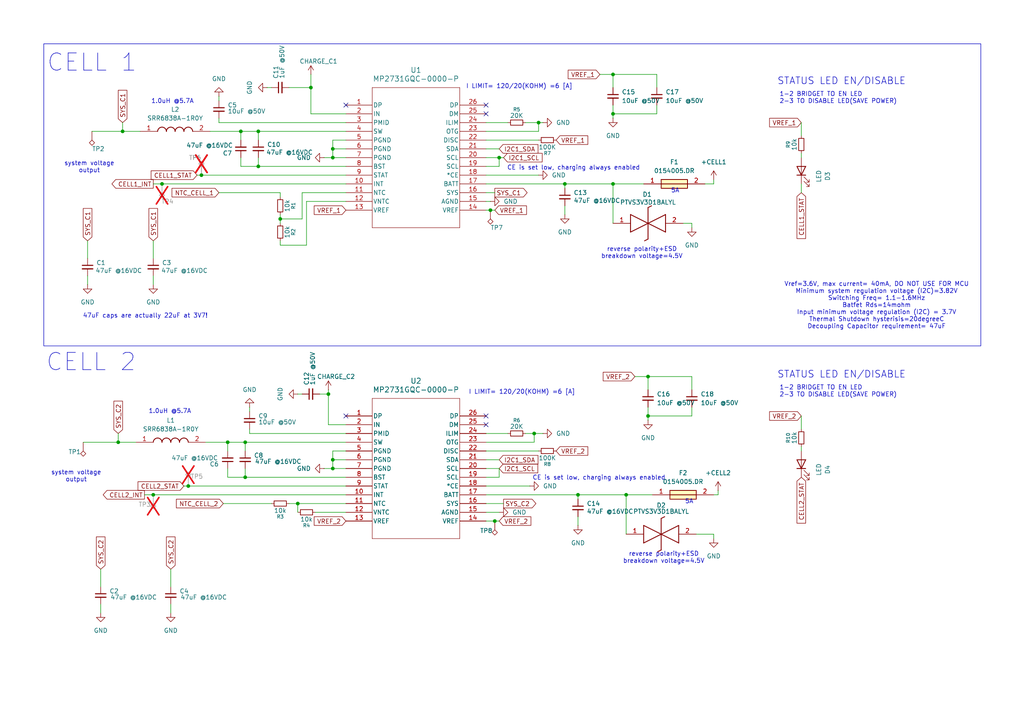
<source format=kicad_sch>
(kicad_sch (version 20250114) (generator "eeschema") (generator_version "9.0")
  (paper "A4")
  (lib_symbols
    (symbol "Connector:TestPoint_Alt" (pin_numbers (hide yes)) (pin_names (offset 0.762) (hide yes))
      (property "Reference" "TP" (at 0 6.858 0))
      (property "Value" "TestPoint_Alt" (at 0 5.08 0))
      (symbol "TestPoint_Alt_0_1"
        (polyline (pts (xy 0 2.54) (xy -0.762 3.302) (xy 0 4.064) (xy 0.762 3.302) (xy 0 2.54)))
      )
      (symbol "TestPoint_Alt_1_1"
        (pin passive line (at 0 0 90) (length 2.54) (name "1") (number "1"))
      )
    )
    (symbol "Device:C_Small" (pin_numbers (hide yes)) (pin_names (offset 0.254) (hide yes))
      (property "Reference" "C" (at 0.254 1.778 0))
      (property "Value" "C_Small" (at 0.254 -2.032 0))
      (symbol "C_Small_0_1"
        (polyline (pts (xy -1.524 0.508) (xy 1.524 0.508)) (stroke (width 0.3048)))
        (polyline (pts (xy -1.524 -0.508) (xy 1.524 -0.508)) (stroke (width 0.3302)))
      )
      (symbol "C_Small_1_1"
        (pin passive line (at 0 2.54 270) (length 2.032) (name "~") (number "1"))
        (pin passive line (at 0 -2.54 90) (length 2.032) (name "~") (number "2"))
      )
    )
    (symbol "Device:LED" (pin_numbers (hide yes)) (pin_names (offset 1.016) (hide yes))
      (property "Reference" "D" (at 0 2.54 0))
      (property "Value" "LED" (at 0 -2.54 0))
      (symbol "LED_0_1"
        (polyline (pts (xy -3.048 -0.762) (xy -4.572 -2.286) (xy -3.81 -2.286) (xy -4.572 -2.286) (xy -4.572 -1.524)))
        (polyline (pts (xy -1.778 -0.762) (xy -3.302 -2.286) (xy -2.54 -2.286) (xy -3.302 -2.286) (xy -3.302 -1.524)))
        (polyline (pts (xy -1.27 0) (xy 1.27 0)))
        (polyline (pts (xy -1.27 -1.27) (xy -1.27 1.27)) (stroke (width 0.254)))
        (polyline (pts (xy 1.27 -1.27) (xy 1.27 1.27) (xy -1.27 0) (xy 1.27 -1.27)) (stroke (width 0.254)))
      )
      (symbol "LED_1_1"
        (pin passive line (at -3.81 0 0) (length 2.54) (name "K") (number "1"))
        (pin passive line (at 3.81 0 180) (length 2.54) (name "A") (number "2"))
      )
    )
    (symbol "Device:R_Small" (pin_numbers (hide yes)) (pin_names (offset 0.254) (hide yes))
      (property "Reference" "R" (at 0 0 90))
      (property "Value" "R_Small" (at 1.778 0 90))
      (symbol "R_Small_0_1"
        (rectangle (start -0.762 1.778) (end 0.762 -1.778) (stroke (width 0.2032)))
      )
      (symbol "R_Small_1_1"
        (pin passive line (at 0 2.54 270) (length 0.762) (name "~") (number "1"))
        (pin passive line (at 0 -2.54 90) (length 0.762) (name "~") (number "2"))
      )
    )
    (symbol "MP2731:MP2731GQC-0000-P" (pin_names (offset 0.254))
      (property "Reference" "U" (at 20.32 10.16 0))
      (property "Value" "MP2731GQC-0000-P" (at 20.32 7.62 0))
      (symbol "MP2731GQC-0000-P_0_1"
        (polyline (pts (xy 7.62 5.08) (xy 7.62 -35.56)) (stroke (width 0.127)))
        (polyline (pts (xy 7.62 -35.56) (xy 33.02 -35.56)) (stroke (width 0.127)))
        (polyline (pts (xy 33.02 5.08) (xy 7.62 5.08)) (stroke (width 0.127)))
        (polyline (pts (xy 33.02 -35.56) (xy 33.02 5.08)) (stroke (width 0.127)))
        (pin bidirectional line (at 0 0 0) (length 7.62) (name "DP") (number "1"))
        (pin power_in line (at 0 -2.54 0) (length 7.62) (name "IN") (number "2"))
        (pin power_in line (at 0 -5.08 0) (length 7.62) (name "PMID") (number "3"))
        (pin power_in line (at 0 -7.62 0) (length 7.62) (name "SW") (number "4"))
        (pin power_in line (at 0 -10.16 0) (length 7.62) (name "PGND") (number "5"))
        (pin power_in line (at 0 -12.7 0) (length 7.62) (name "PGND") (number "6"))
        (pin power_in line (at 0 -15.24 0) (length 7.62) (name "PGND") (number "7"))
        (pin power_in line (at 0 -17.78 0) (length 7.62) (name "BST") (number "8"))
        (pin output line (at 0 -20.32 0) (length 7.62) (name "STAT") (number "9"))
        (pin output line (at 0 -22.86 0) (length 7.62) (name "INT") (number "10"))
        (pin input line (at 0 -25.4 0) (length 7.62) (name "NTC") (number "11"))
        (pin output line (at 0 -27.94 0) (length 7.62) (name "VNTC") (number "12"))
        (pin power_in line (at 0 -30.48 0) (length 7.62) (name "VREF") (number "13"))
        (pin bidirectional line (at 40.64 0 180) (length 7.62) (name "DP") (number "26"))
        (pin bidirectional line (at 40.64 -2.54 180) (length 7.62) (name "DM") (number "25"))
        (pin input line (at 40.64 -5.08 180) (length 7.62) (name "ILIM") (number "24"))
        (pin input line (at 40.64 -7.62 180) (length 7.62) (name "OTG") (number "23"))
        (pin input line (at 40.64 -10.16 180) (length 7.62) (name "DISC") (number "22"))
        (pin bidirectional line (at 40.64 -12.7 180) (length 7.62) (name "SDA") (number "21"))
        (pin input line (at 40.64 -15.24 180) (length 7.62) (name "SCL") (number "20"))
        (pin input line (at 40.64 -17.78 180) (length 7.62) (name "SCL") (number "19"))
        (pin input line (at 40.64 -20.32 180) (length 7.62) (name "*CE") (number "18"))
        (pin power_in line (at 40.64 -22.86 180) (length 7.62) (name "BATT") (number "17"))
        (pin power_in line (at 40.64 -25.4 180) (length 7.62) (name "SYS") (number "16"))
        (pin bidirectional line (at 40.64 -27.94 180) (length 7.62) (name "AGND") (number "15"))
        (pin power_in line (at 40.64 -30.48 180) (length 7.62) (name "VREF") (number "14"))
      )
    )
    (symbol "power:+BATT" (power) (pin_numbers (hide yes)) (pin_names (offset 0) (hide yes))
      (property "Value" "+BATT" (at 0 3.556 0))
      (symbol "+BATT_0_1"
        (polyline (pts (xy -0.762 1.27) (xy 0 2.54)))
        (polyline (pts (xy 0 2.54) (xy 0.762 1.27)))
        (polyline (pts (xy 0 0) (xy 0 2.54)))
      )
      (symbol "+BATT_1_1"
        (pin power_in line (at 0 0 90) (length 0) (name "~") (number "1"))
      )
    )
    (symbol "power:GND" (power) (pin_numbers (hide yes)) (pin_names (offset 0) (hide yes))
      (property "Value" "GND" (at 0 -3.81 0))
      (symbol "GND_0_1"
        (polyline (pts (xy 0 0) (xy 0 -1.27) (xy 1.27 -1.27) (xy 0 -2.54) (xy -1.27 -1.27) (xy 0 -1.27)))
      )
      (symbol "GND_1_1"
        (pin power_in line (at 0 0 270) (length 0) (name "~") (number "1"))
      )
    )
    (symbol "power:GND1" (power) (pin_numbers (hide yes)) (pin_names (offset 0) (hide yes))
      (property "Value" "GND1" (at 0 -3.81 0))
      (symbol "GND1_0_1"
        (polyline (pts (xy 0 0) (xy 0 -1.27) (xy 1.27 -1.27) (xy 0 -2.54) (xy -1.27 -1.27) (xy 0 -1.27)))
      )
      (symbol "GND1_1_1"
        (pin power_in line (at 0 0 270) (length 0) (name "~") (number "1"))
      )
    )
    (symbol "power:VCC" (power) (pin_numbers (hide yes)) (pin_names (offset 0) (hide yes))
      (property "Value" "VCC" (at 0 3.556 0))
      (symbol "VCC_0_1"
        (polyline (pts (xy -0.762 1.27) (xy 0 2.54)))
        (polyline (pts (xy 0 2.54) (xy 0.762 1.27)))
        (polyline (pts (xy 0 0) (xy 0 2.54)))
      )
      (symbol "VCC_1_1"
        (pin power_in line (at 0 0 90) (length 0) (name "~") (number "1"))
      )
    )
    (symbol "samac_sys:0154005.DR" (pin_names (hide yes))
      (property "Reference" "F" (at 13.97 6.35 0))
      (property "Value" "0154005.DR" (at 13.97 3.81 0))
      (symbol "0154005.DR_1_1"
        (rectangle (start 5.08 1.27) (end 12.7 -1.27) (stroke (width 0.254)) (fill (type background)))
        (polyline (pts (xy 5.08 0) (xy 12.7 0)) (stroke (width 0.254)))
        (pin passive line (at 0 0 0) (length 5.08) (name "1") (number "1"))
        (pin passive line (at 17.78 0 180) (length 5.08) (name "2") (number "2"))
      )
    )
    (symbol "samac_sys:PTVS3V3D1BALYL" (pin_names (hide yes))
      (property "Reference" "D" (at 15.24 8.89 0))
      (property "Value" "PTVS3V3D1BALYL" (at 15.24 6.35 0))
      (symbol "PTVS3V3D1BALYL_1_1"
        (polyline (pts (xy 5.08 2.54) (xy 5.08 -2.54)) (stroke (width 0.254)))
        (polyline (pts (xy 5.08 2.54) (xy 10.16 0)) (stroke (width 0.254)))
        (polyline (pts (xy 10.16 0) (xy 5.08 -2.54)) (stroke (width 0.254)))
        (polyline (pts (xy 10.16 0) (xy 15.24 -2.54)) (stroke (width 0.254)))
        (polyline (pts (xy 10.16 -4.572) (xy 9.144 -5.08)) (stroke (width 0.254)))
        (polyline (pts (xy 10.16 -4.572) (xy 10.16 4.572)) (stroke (width 0.254)))
        (polyline (pts (xy 11.176 5.08) (xy 10.16 4.572)) (stroke (width 0.254)))
        (polyline (pts (xy 15.24 2.54) (xy 10.16 0)) (stroke (width 0.254)))
        (polyline (pts (xy 15.24 2.54) (xy 15.24 -2.54)) (stroke (width 0.254)))
        (pin passive line (at 0 0 0) (length 5.08) (name "K1") (number "1"))
        (pin passive line (at 20.32 0 180) (length 5.08) (name "K2") (number "2"))
      )
    )
    (symbol "samac_sys:SRR6838A-1R0Y" (pin_names (hide yes))
      (property "Reference" "L" (at 16.51 6.35 0))
      (property "Value" "SRR6838A-1R0Y" (at 16.51 3.81 0))
      (symbol "SRR6838A-1R0Y_1_1"
        (arc (start 5.08 0) (mid 6.35 1.219) (end 7.62 0) (stroke (width 0.254)))
        (arc (start 7.62 0) (mid 8.89 1.219) (end 10.16 0) (stroke (width 0.254)))
        (arc (start 10.16 0) (mid 11.43 1.219) (end 12.7 0) (stroke (width 0.254)))
        (arc (start 12.7 0) (mid 13.97 1.219) (end 15.24 0) (stroke (width 0.254)))
        (pin passive line (at 0 0 0) (length 5.08) (name "1") (number "1"))
        (pin passive line (at 20.32 0 180) (length 5.08) (name "2") (number "2"))
      )
    )
  )
  (rectangle (start 12.7 12.7) (end 284.48 100.33))
  (text "5A" (at 195.834 55.372 0) (effects (font (size 1.27 1.27))))
  (text "reverse polarity+ESD\nbreakdown voltage=4.5V" (at 186.182 73.406 0) (effects (font (size 1.27 1.27))))
  (text "47uF caps are actually 22uF at 3V7!" (at 42.164 91.694 0) (effects (font (size 1.27 1.27))))
  (text "I LIMIT= 120/20(KOHM) =6 [A]" (at 150.622 25.146 0) (effects (font (size 1.27 1.27))))
  (text "CELL 1" (at 26.67 18.288 0) (effects (font (size 5 5))))
  (text "1-2 BRIDGET TO EN LED\n2-3 TO DISABLE LED(SAVE POWER)\n" (at 226.06 113.538 0) (effects (font (size 1.27 1.27)) (justify left)))
  (text "CELL 2\n" (at 26.416 105.156 0) (effects (font (size 5 5))))
  (text "Vref=3.6V, max current= 40mA, DO NOT USE FOR MCU\nMinimum system regulation voltage (I2C)=3.82V\nSwitching Freq= 1.1-1.6MHz\nBatfet Rds=14mohm\nInput minimum voltage regulation (I2C) = 3.7V\nThermal Shutdown hysterisis=20degreeC\nDecoupling Capacitor requirement= 47uF" (at 254.254 88.646 0) (effects (font (size 1.27 1.27))))
  (text "system voltage\noutput\n" (at 22.098 138.176 0) (effects (font (size 1.27 1.27))))
  (text "1.0uH @5.7A" (at 49.276 119.38 0) (effects (font (size 1.27 1.27))))
  (text "reverse polarity+ESD\nbreakdown voltage=4.5V\n" (at 192.532 161.798 0) (effects (font (size 1.27 1.27))))
  (text "STATUS LED EN/DISABLE" (at 244.094 108.712 0) (effects (font (size 2 2))))
  (text "I LIMIT= 120/20(KOHM) =6 [A]" (at 151.384 113.792 0) (effects (font (size 1.27 1.27))))
  (text "1-2 BRIDGET TO EN LED\n2-3 TO DISABLE LED(SAVE POWER)\n" (at 226.06 28.448 0) (effects (font (size 1.27 1.27)) (justify left)))
  (text "STATUS LED EN/DISABLE" (at 244.094 23.622 0) (effects (font (size 2 2))))
  (text "1.0uH @5.7A" (at 50.038 29.464 0) (effects (font (size 1.27 1.27))))
  (text "CE is set low, charging always enabled" (at 166.37 48.768 0) (effects (font (size 1.27 1.27))))
  (text "CE is set low, charging always enabled" (at 173.736 138.684 0) (effects (font (size 1.27 1.27))))
  (text "5A" (at 199.898 145.542 0) (effects (font (size 1.27 1.27))))
  (text "system voltage\noutput\n" (at 25.908 48.514 0) (effects (font (size 1.27 1.27))))
  (junction (at 90.17 25.4))
  (junction (at 181.61 143.51))
  (junction (at 74.93 38.1))
  (junction (at 156.21 35.56))
  (junction (at 163.83 53.34))
  (junction (at 35.56 38.1))
  (junction (at 96.52 45.72))
  (junction (at 66.04 128.27))
  (junction (at 95.25 114.3))
  (junction (at 81.28 63.5))
  (junction (at 154.94 125.73))
  (junction (at 96.52 43.18))
  (junction (at 143.51 151.13))
  (junction (at 96.52 133.35))
  (junction (at 144.78 45.72))
  (junction (at 34.29 128.27))
  (junction (at 71.12 138.43))
  (junction (at 69.85 38.1))
  (junction (at 46.99 53.34))
  (junction (at 177.8 21.59))
  (junction (at 177.8 33.02))
  (junction (at 44.45 143.51))
  (junction (at 177.8 53.34))
  (junction (at 58.42 50.8))
  (junction (at 187.96 120.65))
  (junction (at 71.12 128.27))
  (junction (at 54.61 140.97))
  (junction (at 167.64 143.51))
  (junction (at 96.52 135.89))
  (junction (at 142.24 60.96))
  (junction (at 187.96 109.22))
  (junction (at 86.36 146.05))
  (junction (at 74.93 48.26))
  (no_connect (at 140.97 33.02))
  (no_connect (at 140.97 123.19))
  (no_connect (at 100.33 30.48))
  (no_connect (at 140.97 120.65))
  (no_connect (at 100.33 120.65))
  (no_connect (at 140.97 30.48))
  (wire (pts (xy 100.33 130.81) (xy 96.52 130.81)))
  (wire (pts (xy 44.45 69.85) (xy 44.45 74.93)))
  (wire (pts (xy 96.52 40.64) (xy 96.52 43.18)))
  (wire (pts (xy 66.04 130.81) (xy 66.04 128.27)))
  (wire (pts (xy 44.45 143.51) (xy 100.33 143.51)))
  (wire (pts (xy 81.28 55.88) (xy 63.5 55.88)))
  (wire (pts (xy 163.83 53.34) (xy 140.97 53.34)))
  (wire (pts (xy 167.64 149.86) (xy 167.64 152.4)))
  (wire (pts (xy 140.97 138.43) (xy 144.78 138.43)))
  (wire (pts (xy 26.67 38.1) (xy 35.56 38.1)))
  (wire (pts (xy 96.52 130.81) (xy 96.52 133.35)))
  (wire (pts (xy 140.97 135.89) (xy 144.78 135.89)))
  (wire (pts (xy 64.77 146.05) (xy 78.74 146.05)))
  (wire (pts (xy 69.85 45.72) (xy 69.85 48.26)))
  (wire (pts (xy 177.8 30.48) (xy 177.8 33.02)))
  (wire (pts (xy 200.66 118.11) (xy 200.66 120.65)))
  (wire (pts (xy 189.23 143.51) (xy 181.61 143.51)))
  (wire (pts (xy 90.17 21.59) (xy 90.17 25.4)))
  (wire (pts (xy 100.33 138.43) (xy 71.12 138.43)))
  (wire (pts (xy 72.39 125.73) (xy 72.39 124.46)))
  (wire (pts (xy 190.5 30.48) (xy 190.5 33.02)))
  (wire (pts (xy 100.33 125.73) (xy 72.39 125.73)))
  (wire (pts (xy 156.21 38.1) (xy 156.21 35.56)))
  (wire (pts (xy 163.83 54.61) (xy 163.83 53.34)))
  (wire (pts (xy 140.97 60.96) (xy 142.24 60.96)))
  (wire (pts (xy 152.4 125.73) (xy 154.94 125.73)))
  (wire (pts (xy 44.45 53.34) (xy 46.99 53.34)))
  (wire (pts (xy 35.56 35.56) (xy 35.56 38.1)))
  (wire (pts (xy 81.28 62.23) (xy 81.28 63.5)))
  (wire (pts (xy 154.94 125.73) (xy 157.48 125.73)))
  (wire (pts (xy 93.98 135.89) (xy 96.52 135.89)))
  (wire (pts (xy 63.5 35.56) (xy 63.5 34.29)))
  (wire (pts (xy 177.8 53.34) (xy 177.8 64.77)))
  (wire (pts (xy 140.97 133.35) (xy 144.78 133.35)))
  (wire (pts (xy 163.83 59.69) (xy 163.83 62.23)))
  (wire (pts (xy 152.4 35.56) (xy 156.21 35.56)))
  (wire (pts (xy 83.82 146.05) (xy 86.36 146.05)))
  (wire (pts (xy 140.97 148.59) (xy 144.78 148.59)))
  (wire (pts (xy 96.52 133.35) (xy 100.33 133.35)))
  (wire (pts (xy 187.96 109.22) (xy 200.66 109.22)))
  (wire (pts (xy 140.97 48.26) (xy 144.78 48.26)))
  (wire (pts (xy 100.33 35.56) (xy 63.5 35.56)))
  (wire (pts (xy 81.28 71.12) (xy 88.9 71.12)))
  (wire (pts (xy 140.97 151.13) (xy 143.51 151.13)))
  (wire (pts (xy 144.78 45.72) (xy 146.05 45.72)))
  (wire (pts (xy 181.61 143.51) (xy 181.61 154.94)))
  (wire (pts (xy 54.61 140.97) (xy 100.33 140.97)))
  (wire (pts (xy 53.34 140.97) (xy 54.61 140.97)))
  (wire (pts (xy 63.5 27.94) (xy 63.5 29.21)))
  (wire (pts (xy 200.66 120.65) (xy 187.96 120.65)))
  (wire (pts (xy 71.12 128.27) (xy 100.33 128.27)))
  (wire (pts (xy 140.97 130.81) (xy 156.21 130.81)))
  (wire (pts (xy 86.36 148.59) (xy 86.36 146.05)))
  (wire (pts (xy 232.41 53.34) (xy 232.41 55.88)))
  (wire (pts (xy 156.21 35.56) (xy 157.48 35.56)))
  (wire (pts (xy 232.41 45.72) (xy 232.41 44.45)))
  (wire (pts (xy 232.41 130.81) (xy 232.41 129.54)))
  (wire (pts (xy 177.8 21.59) (xy 177.8 25.4)))
  (wire (pts (xy 177.8 53.34) (xy 163.83 53.34)))
  (wire (pts (xy 140.97 45.72) (xy 144.78 45.72)))
  (wire (pts (xy 69.85 38.1) (xy 69.85 40.64)))
  (wire (pts (xy 140.97 128.27) (xy 154.94 128.27)))
  (wire (pts (xy 96.52 135.89) (xy 96.52 133.35)))
  (wire (pts (xy 93.98 45.72) (xy 96.52 45.72)))
  (wire (pts (xy 208.28 142.24) (xy 208.28 143.51)))
  (wire (pts (xy 57.15 50.8) (xy 58.42 50.8)))
  (wire (pts (xy 34.29 125.73) (xy 34.29 128.27)))
  (wire (pts (xy 69.85 38.1) (xy 74.93 38.1)))
  (wire (pts (xy 44.45 80.01) (xy 44.45 82.55)))
  (wire (pts (xy 29.21 165.1) (xy 29.21 170.18)))
  (wire (pts (xy 74.93 48.26) (xy 74.93 45.72)))
  (wire (pts (xy 74.93 38.1) (xy 100.33 38.1)))
  (wire (pts (xy 100.33 135.89) (xy 96.52 135.89)))
  (wire (pts (xy 58.42 50.8) (xy 100.33 50.8)))
  (wire (pts (xy 186.69 53.34) (xy 177.8 53.34)))
  (wire (pts (xy 167.64 143.51) (xy 140.97 143.51)))
  (wire (pts (xy 88.9 58.42) (xy 100.33 58.42)))
  (wire (pts (xy 142.24 60.96) (xy 143.51 60.96)))
  (wire (pts (xy 187.96 109.22) (xy 187.96 113.03)))
  (wire (pts (xy 140.97 38.1) (xy 156.21 38.1)))
  (wire (pts (xy 60.96 38.1) (xy 69.85 38.1)))
  (wire (pts (xy 207.01 53.34) (xy 204.47 53.34)))
  (wire (pts (xy 81.28 69.85) (xy 81.28 71.12)))
  (wire (pts (xy 100.33 40.64) (xy 96.52 40.64)))
  (wire (pts (xy 144.78 135.89) (xy 144.78 138.43)))
  (wire (pts (xy 72.39 118.11) (xy 72.39 119.38)))
  (wire (pts (xy 144.78 45.72) (xy 144.78 48.26)))
  (wire (pts (xy 232.41 120.65) (xy 232.41 124.46)))
  (wire (pts (xy 74.93 38.1) (xy 74.93 40.64)))
  (wire (pts (xy 232.41 35.56) (xy 232.41 39.37)))
  (wire (pts (xy 200.66 109.22) (xy 200.66 113.03)))
  (wire (pts (xy 181.61 143.51) (xy 167.64 143.51)))
  (wire (pts (xy 87.63 55.88) (xy 87.63 63.5)))
  (wire (pts (xy 100.33 123.19) (xy 95.25 123.19)))
  (wire (pts (xy 207.01 154.94) (xy 207.01 156.21)))
  (wire (pts (xy 77.47 25.4) (xy 78.74 25.4)))
  (wire (pts (xy 66.04 138.43) (xy 71.12 138.43)))
  (wire (pts (xy 100.33 55.88) (xy 87.63 55.88)))
  (wire (pts (xy 100.33 45.72) (xy 96.52 45.72)))
  (wire (pts (xy 46.99 53.34) (xy 100.33 53.34)))
  (wire (pts (xy 184.15 109.22) (xy 187.96 109.22)))
  (wire (pts (xy 29.21 175.26) (xy 29.21 177.8)))
  (wire (pts (xy 95.25 114.3) (xy 95.25 123.19)))
  (wire (pts (xy 81.28 63.5) (xy 81.28 64.77)))
  (wire (pts (xy 90.17 33.02) (xy 90.17 25.4)))
  (wire (pts (xy 201.93 154.94) (xy 207.01 154.94)))
  (wire (pts (xy 25.4 80.01) (xy 25.4 82.55)))
  (wire (pts (xy 59.69 128.27) (xy 66.04 128.27)))
  (wire (pts (xy 143.51 151.13) (xy 144.78 151.13)))
  (wire (pts (xy 173.99 21.59) (xy 177.8 21.59)))
  (wire (pts (xy 100.33 33.02) (xy 90.17 33.02)))
  (wire (pts (xy 35.56 38.1) (xy 40.64 38.1)))
  (wire (pts (xy 95.25 114.3) (xy 92.71 114.3)))
  (wire (pts (xy 154.94 128.27) (xy 154.94 125.73)))
  (wire (pts (xy 198.12 64.77) (xy 200.66 64.77)))
  (wire (pts (xy 200.66 64.77) (xy 200.66 66.04)))
  (wire (pts (xy 71.12 128.27) (xy 71.12 130.81)))
  (wire (pts (xy 187.96 120.65) (xy 187.96 121.92)))
  (wire (pts (xy 207.01 52.07) (xy 207.01 53.34)))
  (wire (pts (xy 49.53 175.26) (xy 49.53 177.8)))
  (wire (pts (xy 190.5 33.02) (xy 177.8 33.02)))
  (wire (pts (xy 96.52 45.72) (xy 96.52 43.18)))
  (wire (pts (xy 140.97 43.18) (xy 144.78 43.18)))
  (wire (pts (xy 100.33 48.26) (xy 74.93 48.26)))
  (wire (pts (xy 140.97 140.97) (xy 153.67 140.97)))
  (wire (pts (xy 140.97 50.8) (xy 156.21 50.8)))
  (wire (pts (xy 177.8 33.02) (xy 177.8 34.29)))
  (wire (pts (xy 66.04 128.27) (xy 71.12 128.27)))
  (wire (pts (xy 95.25 113.03) (xy 95.25 114.3)))
  (wire (pts (xy 140.97 146.05) (xy 146.05 146.05)))
  (wire (pts (xy 140.97 40.64) (xy 156.21 40.64)))
  (wire (pts (xy 81.28 57.15) (xy 81.28 55.88)))
  (wire (pts (xy 34.29 128.27) (xy 39.37 128.27)))
  (wire (pts (xy 90.17 25.4) (xy 83.82 25.4)))
  (wire (pts (xy 49.53 165.1) (xy 49.53 170.18)))
  (wire (pts (xy 87.63 63.5) (xy 81.28 63.5)))
  (wire (pts (xy 167.64 144.78) (xy 167.64 143.51)))
  (wire (pts (xy 96.52 43.18) (xy 100.33 43.18)))
  (wire (pts (xy 208.28 143.51) (xy 207.01 143.51)))
  (wire (pts (xy 91.44 148.59) (xy 100.33 148.59)))
  (wire (pts (xy 140.97 55.88) (xy 143.51 55.88)))
  (wire (pts (xy 41.91 143.51) (xy 44.45 143.51)))
  (wire (pts (xy 24.13 128.27) (xy 34.29 128.27)))
  (wire (pts (xy 190.5 21.59) (xy 190.5 25.4)))
  (wire (pts (xy 88.9 71.12) (xy 88.9 58.42)))
  (wire (pts (xy 66.04 135.89) (xy 66.04 138.43)))
  (wire (pts (xy 187.96 118.11) (xy 187.96 120.65)))
  (wire (pts (xy 140.97 58.42) (xy 142.24 58.42)))
  (wire (pts (xy 71.12 138.43) (xy 71.12 135.89)))
  (wire (pts (xy 140.97 125.73) (xy 147.32 125.73)))
  (wire (pts (xy 69.85 48.26) (xy 74.93 48.26)))
  (wire (pts (xy 177.8 21.59) (xy 190.5 21.59)))
  (wire (pts (xy 140.97 35.56) (xy 147.32 35.56)))
  (wire (pts (xy 25.4 69.85) (xy 25.4 74.93)))
  (wire (pts (xy 86.36 146.05) (xy 100.33 146.05)))
  (wire (pts (xy 86.36 114.3) (xy 87.63 114.3)))
  (global_label "CELL2_STAT" (shape input) (at 232.41 138.43 270) (property "Intersheetrefs" "${INTERSHEET_REFS}" (effects (hide yes))))
  (global_label "CELL2_STAT" (shape input) (at 53.34 140.97 180) (property "Intersheetrefs" "${INTERSHEET_REFS}" (effects (hide yes))))
  (global_label "SYS_C2" (shape input) (at 34.29 125.73 90) (property "Intersheetrefs" "${INTERSHEET_REFS}" (effects (hide yes))))
  (global_label "VREF_2" (shape input) (at 161.29 130.81 0) (property "Intersheetrefs" "${INTERSHEET_REFS}" (effects (hide yes))))
  (global_label "CELL2_INT" (shape output) (at 41.91 143.51 180) (property "Intersheetrefs" "${INTERSHEET_REFS}" (effects (hide yes))))
  (global_label "SYS_C1" (shape output) (at 143.51 55.88 0) (property "Intersheetrefs" "${INTERSHEET_REFS}" (effects (hide yes))))
  (global_label "SYS_C1" (shape input) (at 35.56 35.56 90) (property "Intersheetrefs" "${INTERSHEET_REFS}" (effects (hide yes))))
  (global_label "VREF_1" (shape input) (at 173.99 21.59 180) (property "Intersheetrefs" "${INTERSHEET_REFS}" (effects (hide yes))))
  (global_label "NTC_CELL_2" (shape input) (at 64.77 146.05 180) (property "Intersheetrefs" "${INTERSHEET_REFS}" (effects (hide yes))))
  (global_label "VREF_1" (shape input) (at 100.33 60.96 180) (property "Intersheetrefs" "${INTERSHEET_REFS}" (effects (hide yes))))
  (global_label "I2C1_SCL" (shape input) (at 146.05 45.72 0) (property "Intersheetrefs" "${INTERSHEET_REFS}" (effects (hide yes))))
  (global_label "NTC_CELL_1" (shape input) (at 63.5 55.88 180) (property "Intersheetrefs" "${INTERSHEET_REFS}" (effects (hide yes))))
  (global_label "SYS_C1" (shape input) (at 25.4 69.85 90) (property "Intersheetrefs" "${INTERSHEET_REFS}" (effects (hide yes))))
  (global_label "I2C1_SCL" (shape input) (at 144.78 135.89 0) (property "Intersheetrefs" "${INTERSHEET_REFS}" (effects (hide yes))))
  (global_label "VREF_1" (shape input) (at 232.41 35.56 180) (property "Intersheetrefs" "${INTERSHEET_REFS}" (effects (hide yes))))
  (global_label "VREF_2" (shape input) (at 232.41 120.65 180) (property "Intersheetrefs" "${INTERSHEET_REFS}" (effects (hide yes))))
  (global_label "SYS_C2" (shape output) (at 146.05 146.05 0) (property "Intersheetrefs" "${INTERSHEET_REFS}" (effects (hide yes))))
  (global_label "CELL1_INT" (shape output) (at 44.45 53.34 180) (property "Intersheetrefs" "${INTERSHEET_REFS}" (effects (hide yes))))
  (global_label "CELL1_STAT" (shape input) (at 57.15 50.8 180) (property "Intersheetrefs" "${INTERSHEET_REFS}" (effects (hide yes))))
  (global_label "I2C1_SDA" (shape input) (at 144.78 133.35 0) (property "Intersheetrefs" "${INTERSHEET_REFS}" (effects (hide yes))))
  (global_label "I2C1_SDA" (shape input) (at 144.78 43.18 0) (property "Intersheetrefs" "${INTERSHEET_REFS}" (effects (hide yes))))
  (global_label "CELL1_STAT" (shape input) (at 232.41 55.88 270) (property "Intersheetrefs" "${INTERSHEET_REFS}" (effects (hide yes))))
  (global_label "VREF_2" (shape input) (at 100.33 151.13 180) (property "Intersheetrefs" "${INTERSHEET_REFS}" (effects (hide yes))))
  (global_label "SYS_C2" (shape input) (at 29.21 165.1 90) (property "Intersheetrefs" "${INTERSHEET_REFS}" (effects (hide yes))))
  (global_label "VREF_2" (shape input) (at 144.78 151.13 0) (property "Intersheetrefs" "${INTERSHEET_REFS}" (effects (hide yes))))
  (global_label "SYS_C2" (shape input) (at 49.53 165.1 90) (property "Intersheetrefs" "${INTERSHEET_REFS}" (effects (hide yes))))
  (global_label "VREF_1" (shape input) (at 161.29 40.64 0) (property "Intersheetrefs" "${INTERSHEET_REFS}" (effects (hide yes))))
  (global_label "VREF_2" (shape input) (at 184.15 109.22 180) (property "Intersheetrefs" "${INTERSHEET_REFS}" (effects (hide yes))))
  (global_label "SYS_C1" (shape input) (at 44.45 69.85 90) (property "Intersheetrefs" "${INTERSHEET_REFS}" (effects (hide yes))))
  (global_label "VREF_1" (shape input) (at 143.51 60.96 0) (property "Intersheetrefs" "${INTERSHEET_REFS}" (effects (hide yes))))
  (symbol (lib_id "Device:C_Small") (at 25.4 77.47 0) (unit 1)
    (property "Reference" "C1" (at 27.94 76.2062 0) (effects (justify left)))
    (property "Value" "47uF @16VDC" (at 27.686 78.486 0) (effects (justify left)))
    (property "Footprint" "Capacitor_SMD:C_1206_3216Metric_Pad1.33x1.80mm_HandSolder" (effects (hide yes)))
    (property "Datasheet" "GRM31CR61C476ME44L" (effects (hide yes)))
    (property "Description" "Unpolarized capacitor, small symbol" (effects (hide yes)))
  )
  (symbol (lib_id "samac_sys:PTVS3V3D1BALYL") (at 181.61 154.94 0) (unit 1)
    (property "Reference" "D2" (at 191.77 146.558 0))
    (property "Value" "PTVS3V3D1BALYL" (at 191.77 148.336 0))
    (property "Footprint" "samac_sys:PESD5V0S1BL315" (effects (hide yes)))
    (property "Datasheet" "https://assets.nexperia.com/documents/data-sheet/PTVS3V3D1BAL.pdf" (effects (hide yes)))
    (property "Description" "PTVS3V3D1BAL - Ultra compact Transient Voltage Supressor" (effects (hide yes)))
    (property "Height" "0" (effects (hide yes)))
    (property "Mouser Part Number" "771-PTVS3V3D1BALYL" (effects (hide yes)))
    (property "Mouser Price/Stock" "https://www.mouser.co.uk/ProductDetail/Nexperia/PTVS3V3D1BALYL?qs=rrS6PyfT74ddcO%2FKWrfbGg%3D%3D" (effects (hide yes)))
    (property "Manufacturer_Name" "Nexperia" (effects (hide yes)))
    (property "Manufacturer_Part_Number" "PTVS3V3D1BALYL" (effects (hide yes)))
  )
  (symbol (lib_id "Device:C_Small") (at 90.17 114.3 90) (unit 1)
    (property "Reference" "C12" (at 88.9062 111.76 0) (effects (justify left)))
    (property "Value" "1uF @50V" (at 90.678 111.76 0) (effects (justify left)))
    (property "Footprint" "Capacitor_SMD:C_0805_2012Metric_Pad1.18x1.45mm_HandSolder" (effects (hide yes)))
    (property "Datasheet" "GRT21BR71H105KE01K" (effects (hide yes)))
    (property "Description" "Unpolarized capacitor, small symbol" (effects (hide yes)))
  )
  (symbol (lib_id "Device:C_Small") (at 29.21 172.72 0) (unit 1)
    (property "Reference" "C2" (at 31.75 171.4562 0) (effects (justify left)))
    (property "Value" "47uF @16VDC" (at 32.004 173.228 0) (effects (justify left)))
    (property "Footprint" "Capacitor_SMD:C_1206_3216Metric_Pad1.33x1.80mm_HandSolder" (effects (hide yes)))
    (property "Datasheet" "GRM31CR61C476ME44L" (effects (hide yes)))
    (property "Description" "Unpolarized capacitor, small symbol" (effects (hide yes)))
  )
  (symbol (lib_id "Device:R_Small") (at 81.28 59.69 180) (unit 1)
    (property "Reference" "R1" (at 85.09 59.69 90) (effects (font (size 1.016 1.016))))
    (property "Value" "10k" (at 83.312 59.69 90))
    (property "Footprint" "Resistor_SMD:R_0402_1005Metric_Pad0.72x0.64mm_HandSolder" (effects (hide yes)))
    (property "Datasheet" "CRCW040210K0FKED" (effects (hide yes)))
    (property "Description" "Resistor, small symbol" (effects (hide yes)))
  )
  (symbol (lib_id "Device:C_Small") (at 44.45 77.47 0) (unit 1)
    (property "Reference" "C3" (at 46.99 76.2062 0) (effects (justify left)))
    (property "Value" "47uF @16VDC" (at 46.736 78.486 0) (effects (justify left)))
    (property "Footprint" "Capacitor_SMD:C_1206_3216Metric_Pad1.33x1.80mm_HandSolder" (effects (hide yes)))
    (property "Datasheet" "GRM31CR61C476ME44L" (effects (hide yes)))
    (property "Description" "Unpolarized capacitor, small symbol" (effects (hide yes)))
  )
  (symbol (lib_id "Device:R_Small") (at 158.75 130.81 90) (unit 1)
    (property "Reference" "R8" (at 158.75 134.62 90) (effects (font (size 1.016 1.016))))
    (property "Value" "100K" (at 158.75 132.842 90))
    (property "Footprint" "Resistor_SMD:R_0603_1608Metric" (effects (hide yes)))
    (property "Datasheet" "CRCW0603100KFKEA" (effects (hide yes)))
    (property "Description" "Resistor, small symbol" (effects (hide yes)))
  )
  (symbol (lib_id "Device:LED") (at 232.41 134.62 90) (unit 1)
    (property "Reference" "D4" (at 240.03 136.2075 0))
    (property "Value" "LED" (at 237.49 136.2075 0))
    (property "Footprint" "LED_SMD:LED_0603_1608Metric_Pad1.05x0.95mm_HandSolder" (effects (hide yes)))
    (property "Description" "Light emitting diode" (effects (hide yes)))
    (property "Sim.Pins" "1=K 2=A" (effects (hide yes)))
  )
  (symbol (lib_id "Device:R_Small") (at 158.75 40.64 90) (unit 1)
    (property "Reference" "R7" (at 158.75 44.45 90) (effects (font (size 1.016 1.016))))
    (property "Value" "100K" (at 158.75 42.672 90))
    (property "Footprint" "Resistor_SMD:R_0603_1608Metric" (effects (hide yes)))
    (property "Datasheet" "CRCW0603100KFKEA" (effects (hide yes)))
    (property "Description" "Resistor, small symbol" (effects (hide yes)))
  )
  (symbol (lib_id "power:GND1") (at 63.5 27.94 180) (unit 1)
    (property "Reference" "#PWR07" (effects (hide yes)))
    (property "Value" "GND" (at 63.5 22.86 0))
    (property "Description" "Power symbol creates a global label with name \"GND1\" , ground" (effects (hide yes)))
  )
  (symbol (lib_id "Device:R_Small") (at 81.28 146.05 90) (unit 1)
    (property "Reference" "R3" (at 81.28 149.86 90) (effects (font (size 1.016 1.016))))
    (property "Value" "10k" (at 81.28 148.082 90))
    (property "Footprint" "Resistor_SMD:R_0402_1005Metric_Pad0.72x0.64mm_HandSolder" (effects (hide yes)))
    (property "Datasheet" "CRCW040210K0FKED" (effects (hide yes)))
    (property "Description" "Resistor, small symbol" (effects (hide yes)))
  )
  (symbol (lib_id "power:GND") (at 187.96 121.92 0) (unit 1)
    (property "Reference" "#PWR025" (effects (hide yes)))
    (property "Value" "GND" (at 187.96 127 0))
    (property "Description" "Power symbol creates a global label with name \"GND\" , ground" (effects (hide yes)))
  )
  (symbol (lib_id "power:GND1") (at 72.39 118.11 180) (unit 1)
    (property "Reference" "#PWR08" (effects (hide yes)))
    (property "Value" "GND" (at 72.39 113.03 0))
    (property "Description" "Power symbol creates a global label with name \"GND1\" , ground" (effects (hide yes)))
  )
  (symbol (lib_id "Device:C_Small") (at 74.93 43.18 0) (unit 1)
    (property "Reference" "C10" (at 77.47 41.9162 0) (effects (justify left)))
    (property "Value" "47uF @16VDC" (at 77.216 44.196 0) (effects (justify left)))
    (property "Footprint" "Capacitor_SMD:C_1206_3216Metric_Pad1.33x1.80mm_HandSolder" (effects (hide yes)))
    (property "Datasheet" "GRM31CR61C476ME44L" (effects (hide yes)))
    (property "Description" "Unpolarized capacitor, small symbol" (effects (hide yes)))
  )
  (symbol (lib_id "Device:R_Small") (at 81.28 67.31 180) (unit 1)
    (property "Reference" "R2" (at 85.09 67.31 90) (effects (font (size 1.016 1.016))))
    (property "Value" "10k" (at 83.312 67.31 90))
    (property "Footprint" "Resistor_SMD:R_0402_1005Metric_Pad0.72x0.64mm_HandSolder" (effects (hide yes)))
    (property "Datasheet" "CRCW040210K0FKED" (effects (hide yes)))
    (property "Description" "Resistor, small symbol" (effects (hide yes)))
  )
  (symbol (lib_id "samac_sys:SRR6838A-1R0Y") (at 39.37 128.27 0) (unit 1)
    (property "Reference" "L1" (at 49.53 121.92 0))
    (property "Value" "SRR6838A-1R0Y" (at 49.53 124.46 0))
    (property "Footprint" "samac_sys:INDPM6868X420N" (effects (hide yes)))
    (property "Datasheet" "https://g.componentsearchengine.com/Datasheets/0/20314705.pdf" (effects (hide yes)))
    (property "Description" "Ind,6.8x6.8x3.8mm,1uH+/-30%,4.5A," (effects (hide yes)))
    (property "Height" "4.2" (effects (hide yes)))
    (property "Manufacturer_Name" "Bourns" (effects (hide yes)))
    (property "Manufacturer_Part_Number" "SRR6838A-1R0Y" (effects (hide yes)))
  )
  (symbol (lib_id "Device:C_Small") (at 81.28 25.4 90) (unit 1)
    (property "Reference" "C11" (at 80.0162 22.86 0) (effects (justify left)))
    (property "Value" "1uF @50V" (at 81.788 22.86 0) (effects (justify left)))
    (property "Footprint" "Capacitor_SMD:C_0805_2012Metric_Pad1.18x1.45mm_HandSolder" (effects (hide yes)))
    (property "Datasheet" "GRT21BR71H105KE01K" (effects (hide yes)))
    (property "Description" "Unpolarized capacitor, small symbol" (effects (hide yes)))
  )
  (symbol (lib_id "power:VCC") (at 95.25 113.03 0) (unit 1)
    (property "Reference" "#PWR014" (effects (hide yes)))
    (property "Value" "CHARGE_C2" (at 91.948 109.22 0) (effects (justify left)))
    (property "Description" "Power symbol creates a global label with name \"VCC\"" (effects (hide yes)))
  )
  (symbol (lib_id "samac_sys:0154005.DR") (at 189.23 143.51 0) (unit 1)
    (property "Reference" "F2" (at 198.12 137.16 0))
    (property "Value" "0154005.DR" (at 198.12 139.7 0))
    (property "Footprint" "samac_sys:0154005DR" (effects (hide yes)))
    (property "Datasheet" "https://www.littelfuse.com/~/media/electronics/datasheets/fuses/littelfuse_fuse_154_154t_154l_154tl_datasheet.pdf.pdf" (effects (hide yes)))
    (property "Description" "Fuse, Surface Mount with Clip/Holder, 5 A, Very Fast Acting, 125 VAC, 125 VDC, 9.73mm x 5.03mm" (effects (hide yes)))
    (property "Height" "3.81" (effects (hide yes)))
    (property "Mouser Part Number" "576-0154005.DR" (effects (hide yes)))
    (property "Mouser Price/Stock" "https://www.mouser.co.uk/ProductDetail/Littelfuse/0154005.DR?qs=gu7KAQ731UQKgD7nXNO7lg%3D%3D" (effects (hide yes)))
    (property "Manufacturer_Name" "LITTELFUSE" (effects (hide yes)))
    (property "Manufacturer_Part_Number" "0154005.DR" (effects (hide yes)))
  )
  (symbol (lib_id "Device:C_Small") (at 167.64 147.32 0) (unit 1)
    (property "Reference" "C14" (at 170.18 146.0562 0) (effects (justify left)))
    (property "Value" "47uF @16VDC" (at 170.18 148.336 0) (effects (justify left)))
    (property "Footprint" "Capacitor_SMD:C_1206_3216Metric_Pad1.33x1.80mm_HandSolder" (effects (hide yes)))
    (property "Datasheet" "GRM31CR61C476ME44L" (effects (hide yes)))
    (property "Description" "Unpolarized capacitor, small symbol" (effects (hide yes)))
  )
  (symbol (lib_id "power:GND1") (at 44.45 82.55 0) (unit 1)
    (property "Reference" "#PWR05" (effects (hide yes)))
    (property "Value" "GND" (at 44.45 87.63 0))
    (property "Description" "Power symbol creates a global label with name \"GND1\" , ground" (effects (hide yes)))
  )
  (symbol (lib_id "Device:C_Small") (at 163.83 57.15 0) (unit 1)
    (property "Reference" "C13" (at 166.37 55.8862 0) (effects (justify left)))
    (property "Value" "47uF @16VDC" (at 166.37 58.166 0) (effects (justify left)))
    (property "Footprint" "Capacitor_SMD:C_1206_3216Metric_Pad1.33x1.80mm_HandSolder" (effects (hide yes)))
    (property "Datasheet" "GRM31CR61C476ME44L" (effects (hide yes)))
    (property "Description" "Unpolarized capacitor, small symbol" (effects (hide yes)))
  )
  (symbol (lib_id "Device:C_Small") (at 200.66 115.57 0) (unit 1)
    (property "Reference" "C18" (at 203.2 114.3062 0) (effects (justify left)))
    (property "Value" "10uF @50V" (at 203.2 116.8462 0) (effects (justify left)))
    (property "Footprint" "Capacitor_SMD:C_1210_3225Metric_Pad1.33x2.70mm_HandSolder" (effects (hide yes)))
    (property "Datasheet" "GRM32EC72A106KE05L" (effects (hide yes)))
    (property "Description" "Unpolarized capacitor, small symbol" (effects (hide yes)))
  )
  (symbol (lib_id "power:VCC") (at 90.17 21.59 0) (unit 1)
    (property "Reference" "#PWR011" (effects (hide yes)))
    (property "Value" "CHARGE_C1" (at 86.868 17.78 0) (effects (justify left)))
    (property "Description" "Power symbol creates a global label with name \"VCC\"" (effects (hide yes)))
  )
  (symbol (lib_id "Device:R_Small") (at 149.86 125.73 270) (unit 1)
    (property "Reference" "R6" (at 149.86 121.92 90) (effects (font (size 1.016 1.016))))
    (property "Value" "20K" (at 149.86 123.698 90))
    (property "Footprint" "Resistor_SMD:R_0603_1608Metric" (effects (hide yes)))
    (property "Description" "Resistor, small symbol" (effects (hide yes)))
  )
  (symbol (lib_id "power:GND1") (at 93.98 45.72 270) (unit 1)
    (property "Reference" "#PWR012" (effects (hide yes)))
    (property "Value" "GND" (at 90.17 45.7199 90) (effects (justify right)))
    (property "Description" "Power symbol creates a global label with name \"GND1\" , ground" (effects (hide yes)))
  )
  (symbol (lib_id "power:GND1") (at 77.47 25.4 270) (unit 1)
    (property "Reference" "#PWR09" (effects (hide yes)))
    (property "Value" "GND" (at 72.39 25.4 0))
    (property "Description" "Power symbol creates a global label with name \"GND1\" , ground" (effects (hide yes)))
  )
  (symbol (lib_id "Connector:TestPoint_Alt") (at 26.67 38.1 180) (unit 1)
    (property "Reference" "TP2" (at 26.67 43.18 0) (effects (justify right)))
    (property "Value" "TestPoint_Alt" (effects (hide yes)))
    (property "Footprint" "TestPoint:TestPoint_THTPad_1.0x1.0mm_Drill0.5mm" (effects (hide yes)))
    (property "Description" "test point (alternative shape)" (effects (hide yes)))
  )
  (symbol (lib_id "Device:R_Small") (at 88.9 148.59 90) (unit 1)
    (property "Reference" "R4" (at 88.9 152.4 90) (effects (font (size 1.016 1.016))))
    (property "Value" "10k" (at 88.9 150.622 90))
    (property "Footprint" "Resistor_SMD:R_0402_1005Metric_Pad0.72x0.64mm_HandSolder" (effects (hide yes)))
    (property "Datasheet" "CRCW040210K0FKED" (effects (hide yes)))
    (property "Description" "Resistor, small symbol" (effects (hide yes)))
  )
  (symbol (lib_id "Connector:TestPoint_Alt") (at 143.51 151.13 180) (unit 1)
    (property "Reference" "TP8" (at 139.192 153.924 0) (effects (justify right)))
    (property "Value" "TestPoint_Alt" (effects (hide yes)))
    (property "Footprint" "TestPoint:TestPoint_THTPad_1.0x1.0mm_Drill0.5mm" (effects (hide yes)))
    (property "Description" "test point (alternative shape)" (effects (hide yes)))
  )
  (symbol (lib_id "power:GND1") (at 163.83 62.23 0) (unit 1)
    (property "Reference" "#PWR021" (effects (hide yes)))
    (property "Value" "GND" (at 163.83 67.31 0))
    (property "Description" "Power symbol creates a global label with name \"GND1\" , ground" (effects (hide yes)))
  )
  (symbol (lib_id "Connector:TestPoint_Alt") (at 24.13 128.27 180) (unit 1)
    (property "Reference" "TP1" (at 19.812 131.064 0) (effects (justify right)))
    (property "Value" "TestPoint_Alt" (effects (hide yes)))
    (property "Footprint" "TestPoint:TestPoint_THTPad_1.0x1.0mm_Drill0.5mm" (effects (hide yes)))
    (property "Description" "test point (alternative shape)" (effects (hide yes)))
  )
  (symbol (lib_id "power:GND1") (at 207.01 156.21 0) (unit 1)
    (property "Reference" "#PWR029" (effects (hide yes)))
    (property "Value" "GND" (at 207.01 161.29 0))
    (property "Description" "Power symbol creates a global label with name \"GND1\" , ground" (effects (hide yes)))
  )
  (symbol (lib_id "power:GND1") (at 25.4 82.55 0) (unit 1)
    (property "Reference" "#PWR02" (effects (hide yes)))
    (property "Value" "GND" (at 25.4 87.63 0))
    (property "Description" "Power symbol creates a global label with name \"GND1\" , ground" (effects (hide yes)))
  )
  (symbol (lib_id "Device:C_Small") (at 190.5 27.94 0) (unit 1)
    (property "Reference" "C17" (at 193.04 26.6762 0) (effects (justify left)))
    (property "Value" "10uF @50V" (at 193.04 29.2162 0) (effects (justify left)))
    (property "Footprint" "Capacitor_SMD:C_1210_3225Metric_Pad1.33x2.70mm_HandSolder" (effects (hide yes)))
    (property "Datasheet" "GRM32EC72A106KE05L" (effects (hide yes)))
    (property "Description" "Unpolarized capacitor, small symbol" (effects (hide yes)))
  )
  (symbol (lib_id "power:GND1") (at 93.98 135.89 270) (unit 1)
    (property "Reference" "#PWR013" (effects (hide yes)))
    (property "Value" "GND" (at 90.17 135.8899 90) (effects (justify right)))
    (property "Description" "Power symbol creates a global label with name \"GND1\" , ground" (effects (hide yes)))
  )
  (symbol (lib_id "power:GND1") (at 157.48 125.73 90) (unit 1)
    (property "Reference" "#PWR020" (effects (hide yes)))
    (property "Value" "GND" (at 161.29 125.7299 90) (effects (justify right)))
    (property "Description" "Power symbol creates a global label with name \"GND1\" , ground" (effects (hide yes)))
  )
  (symbol (lib_id "Device:LED") (at 232.41 49.53 90) (unit 1)
    (property "Reference" "D3" (at 240.03 51.1175 0))
    (property "Value" "LED" (at 237.49 51.1175 0))
    (property "Footprint" "LED_SMD:LED_0603_1608Metric_Pad1.05x0.95mm_HandSolder" (effects (hide yes)))
    (property "Description" "Light emitting diode" (effects (hide yes)))
    (property "Sim.Pins" "1=K 2=A" (effects (hide yes)))
  )
  (symbol (lib_id "Connector:TestPoint_Alt") (at 58.42 50.8 0) (unit 1) (exclude_from_sim yes) (in_bom no) (on_board no) (dnp yes)
    (property "Reference" "TP6" (at 58.42 45.72 0) (effects (justify right)))
    (property "Value" "TestPoint_Alt" (effects (hide yes)))
    (property "Footprint" "TestPoint:TestPoint_THTPad_1.0x1.0mm_Drill0.5mm" (effects (hide yes)))
    (property "Description" "test point (alternative shape)" (effects (hide yes)))
  )
  (symbol (lib_id "MP2731:MP2731GQC-0000-P") (at 100.33 30.48 0) (unit 1)
    (property "Reference" "U1" (at 120.65 20.32 0) (effects (font (size 1.524 1.524))))
    (property "Value" "MP2731GQC-0000-P" (at 120.65 22.86 0) (effects (font (size 1.524 1.524))))
    (property "Footprint" "MP2731:QFN-26_MP2731" (effects (hide yes)))
    (property "Datasheet" "MP2731GQC-0000-P" (effects (hide yes)))
  )
  (symbol (lib_id "power:GND1") (at 153.67 140.97 90) (unit 1)
    (property "Reference" "#PWR017" (effects (hide yes)))
    (property "Value" "GND" (at 157.48 140.9699 90) (effects (justify right)))
    (property "Description" "Power symbol creates a global label with name \"GND1\" , ground" (effects (hide yes)))
  )
  (symbol (lib_id "Device:C_Small") (at 72.39 121.92 0) (unit 1)
    (property "Reference" "C9" (at 74.93 120.6562 0) (effects (justify left)))
    (property "Value" "10uF @50V" (at 74.93 122.428 0) (effects (justify left)))
    (property "Footprint" "Capacitor_SMD:C_1210_3225Metric_Pad1.33x2.70mm_HandSolder" (effects (hide yes)))
    (property "Datasheet" "GRM32EC72A106KE05L" (effects (hide yes)))
    (property "Description" "Unpolarized capacitor, small symbol" (effects (hide yes)))
  )
  (symbol (lib_id "Device:R_Small") (at 149.86 35.56 270) (unit 1)
    (property "Reference" "R5" (at 149.86 31.75 90) (effects (font (size 1.016 1.016))))
    (property "Value" "20K" (at 149.86 33.528 90))
    (property "Footprint" "Resistor_SMD:R_0603_1608Metric" (effects (hide yes)))
    (property "Description" "Resistor, small symbol" (effects (hide yes)))
  )
  (symbol (lib_id "samac_sys:0154005.DR") (at 186.69 53.34 0) (unit 1)
    (property "Reference" "F1" (at 195.58 46.99 0))
    (property "Value" "0154005.DR" (at 195.58 49.53 0))
    (property "Footprint" "samac_sys:0154005DR" (effects (hide yes)))
    (property "Datasheet" "https://www.littelfuse.com/~/media/electronics/datasheets/fuses/littelfuse_fuse_154_154t_154l_154tl_datasheet.pdf.pdf" (effects (hide yes)))
    (property "Description" "Fuse, Surface Mount with Clip/Holder, 5 A, Very Fast Acting, 125 VAC, 125 VDC, 9.73mm x 5.03mm" (effects (hide yes)))
    (property "Height" "3.81" (effects (hide yes)))
    (property "Mouser Part Number" "576-0154005.DR" (effects (hide yes)))
    (property "Mouser Price/Stock" "https://www.mouser.co.uk/ProductDetail/Littelfuse/0154005.DR?qs=gu7KAQ731UQKgD7nXNO7lg%3D%3D" (effects (hide yes)))
    (property "Manufacturer_Name" "LITTELFUSE" (effects (hide yes)))
    (property "Manufacturer_Part_Number" "0154005.DR" (effects (hide yes)))
  )
  (symbol (lib_id "Device:C_Small") (at 71.12 133.35 0) (unit 1)
    (property "Reference" "C8" (at 73.66 132.0862 0) (effects (justify left)))
    (property "Value" "47uF @16VDC" (at 73.914 133.858 0) (effects (justify left)))
    (property "Footprint" "Capacitor_SMD:C_1206_3216Metric_Pad1.33x1.80mm_HandSolder" (effects (hide yes)))
    (property "Datasheet" "GRM31CR61C476ME44L" (effects (hide yes)))
    (property "Description" "Unpolarized capacitor, small symbol" (effects (hide yes)))
  )
  (symbol (lib_id "samac_sys:PTVS3V3D1BALYL") (at 177.8 64.77 0) (unit 1)
    (property "Reference" "D1" (at 187.706 56.388 0))
    (property "Value" "PTVS3V3D1BALYL" (at 187.96 58.674 0))
    (property "Footprint" "samac_sys:PESD5V0S1BL315" (effects (hide yes)))
    (property "Datasheet" "https://assets.nexperia.com/documents/data-sheet/PTVS3V3D1BAL.pdf" (effects (hide yes)))
    (property "Description" "PTVS3V3D1BAL - Ultra compact Transient Voltage Supressor" (effects (hide yes)))
    (property "Height" "0" (effects (hide yes)))
    (property "Mouser Part Number" "771-PTVS3V3D1BALYL" (effects (hide yes)))
    (property "Mouser Price/Stock" "https://www.mouser.co.uk/ProductDetail/Nexperia/PTVS3V3D1BALYL?qs=rrS6PyfT74ddcO%2FKWrfbGg%3D%3D" (effects (hide yes)))
    (property "Manufacturer_Name" "Nexperia" (effects (hide yes)))
    (property "Manufacturer_Part_Number" "PTVS3V3D1BALYL" (effects (hide yes)))
  )
  (symbol (lib_id "power:GND1") (at 167.64 152.4 0) (unit 1)
    (property "Reference" "#PWR022" (effects (hide yes)))
    (property "Value" "GND" (at 167.64 157.48 0))
    (property "Description" "Power symbol creates a global label with name \"GND1\" , ground" (effects (hide yes)))
  )
  (symbol (lib_id "Device:R_Small") (at 232.41 127 0) (unit 1)
    (property "Reference" "R10" (at 228.6 127 90) (effects (font (size 1.016 1.016))))
    (property "Value" "10k" (at 230.378 127 90))
    (property "Footprint" "Resistor_SMD:R_0402_1005Metric_Pad0.72x0.64mm_HandSolder" (effects (hide yes)))
    (property "Datasheet" "CRCW040210K0FKED" (effects (hide yes)))
    (property "Description" "Resistor, small symbol" (effects (hide yes)))
  )
  (symbol (lib_id "power:GND1") (at 200.66 66.04 0) (unit 1)
    (property "Reference" "#PWR027" (effects (hide yes)))
    (property "Value" "GND" (at 200.66 71.12 0))
    (property "Description" "Power symbol creates a global label with name \"GND1\" , ground" (effects (hide yes)))
  )
  (symbol (lib_id "Connector:TestPoint_Alt") (at 44.45 143.51 180) (unit 1) (exclude_from_sim yes) (in_bom no) (on_board no) (dnp yes)
    (property "Reference" "TP3" (at 40.132 146.304 0) (effects (justify right)))
    (property "Value" "TestPoint_Alt" (effects (hide yes)))
    (property "Footprint" "TestPoint:TestPoint_THTPad_1.0x1.0mm_Drill0.5mm" (effects (hide yes)))
    (property "Description" "test point (alternative shape)" (effects (hide yes)))
  )
  (symbol (lib_id "Device:R_Small") (at 232.41 41.91 0) (unit 1)
    (property "Reference" "R9" (at 228.6 41.91 90) (effects (font (size 1.016 1.016))))
    (property "Value" "10k" (at 230.378 41.91 90))
    (property "Footprint" "Resistor_SMD:R_0402_1005Metric_Pad0.72x0.64mm_HandSolder" (effects (hide yes)))
    (property "Datasheet" "CRCW040210K0FKED" (effects (hide yes)))
    (property "Description" "Resistor, small symbol" (effects (hide yes)))
  )
  (symbol (lib_id "power:GND1") (at 144.78 148.59 90) (unit 1)
    (property "Reference" "#PWR031" (effects (hide yes)))
    (property "Value" "GND" (at 148.59 148.5899 90) (effects (justify right)))
    (property "Description" "Power symbol creates a global label with name \"GND1\" , ground" (effects (hide yes)))
  )
  (symbol (lib_id "Device:C_Small") (at 49.53 172.72 0) (unit 1)
    (property "Reference" "C4" (at 52.07 171.4562 0) (effects (justify left)))
    (property "Value" "47uF @16VDC" (at 52.324 173.228 0) (effects (justify left)))
    (property "Footprint" "Capacitor_SMD:C_1206_3216Metric_Pad1.33x1.80mm_HandSolder" (effects (hide yes)))
    (property "Datasheet" "GRM31CR61C476ME44L" (effects (hide yes)))
    (property "Description" "Unpolarized capacitor, small symbol" (effects (hide yes)))
  )
  (symbol (lib_id "samac_sys:SRR6838A-1R0Y") (at 40.64 38.1 0) (unit 1)
    (property "Reference" "L2" (at 50.8 31.75 0))
    (property "Value" "SRR6838A-1R0Y" (at 50.8 34.29 0))
    (property "Footprint" "samac_sys:INDPM6868X420N" (effects (hide yes)))
    (property "Datasheet" "https://g.componentsearchengine.com/Datasheets/0/20314705.pdf" (effects (hide yes)))
    (property "Description" "Ind,6.8x6.8x3.8mm,1uH+/-30%,4.5A," (effects (hide yes)))
    (property "Height" "4.2" (effects (hide yes)))
    (property "Manufacturer_Name" "Bourns" (effects (hide yes)))
    (property "Manufacturer_Part_Number" "SRR6838A-1R0Y" (effects (hide yes)))
  )
  (symbol (lib_id "Device:C_Small") (at 187.96 115.57 0) (unit 1)
    (property "Reference" "C16" (at 190.5 114.3062 0) (effects (justify left)))
    (property "Value" "10uF @50V" (at 190.5 116.8462 0) (effects (justify left)))
    (property "Footprint" "Capacitor_SMD:C_1210_3225Metric_Pad1.33x2.70mm_HandSolder" (effects (hide yes)))
    (property "Datasheet" "GRM32EC72A106KE05L" (effects (hide yes)))
    (property "Description" "Unpolarized capacitor, small symbol" (effects (hide yes)))
  )
  (symbol (lib_id "Connector:TestPoint_Alt") (at 46.99 53.34 180) (unit 1) (exclude_from_sim yes) (in_bom no) (on_board no) (dnp yes)
    (property "Reference" "TP4" (at 46.736 58.42 0) (effects (justify right)))
    (property "Value" "TestPoint_Alt" (effects (hide yes)))
    (property "Footprint" "TestPoint:TestPoint_THTPad_1.0x1.0mm_Drill0.5mm" (effects (hide yes)))
    (property "Description" "test point (alternative shape)" (effects (hide yes)))
  )
  (symbol (lib_id "power:GND1") (at 29.21 177.8 0) (unit 1)
    (property "Reference" "#PWR04" (effects (hide yes)))
    (property "Value" "GND" (at 29.21 182.88 0))
    (property "Description" "Power symbol creates a global label with name \"GND1\" , ground" (effects (hide yes)))
  )
  (symbol (lib_id "power:GND1") (at 142.24 58.42 90) (unit 1)
    (property "Reference" "#PWR032" (effects (hide yes)))
    (property "Value" "GND" (at 146.05 58.4199 90) (effects (justify right)))
    (property "Description" "Power symbol creates a global label with name \"GND1\" , ground" (effects (hide yes)))
  )
  (symbol (lib_id "Device:C_Small") (at 177.8 27.94 0) (unit 1)
    (property "Reference" "C15" (at 180.34 26.6762 0) (effects (justify left)))
    (property "Value" "10uF @50V" (at 180.34 29.2162 0) (effects (justify left)))
    (property "Footprint" "Capacitor_SMD:C_1210_3225Metric_Pad1.33x2.70mm_HandSolder" (effects (hide yes)))
    (property "Datasheet" "GRM32EC72A106KE05L" (effects (hide yes)))
    (property "Description" "Unpolarized capacitor, small symbol" (effects (hide yes)))
  )
  (symbol (lib_id "power:+BATT") (at 207.01 52.07 0) (unit 1)
    (property "Reference" "#PWR028" (effects (hide yes)))
    (property "Value" "+CELL1" (at 207.01 46.99 0))
    (property "Description" "Power symbol creates a global label with name \"+BATT\"" (effects (hide yes)))
  )
  (symbol (lib_id "Device:C_Small") (at 66.04 133.35 180) (unit 1)
    (property "Reference" "C6" (at 63.5 134.6138 0) (effects (justify left)))
    (property "Value" "47uF @16VDC" (at 63.246 132.842 0) (effects (justify left)))
    (property "Footprint" "Capacitor_SMD:C_1206_3216Metric_Pad1.33x1.80mm_HandSolder" (effects (hide yes)))
    (property "Datasheet" "GRM31CR61C476ME44L" (effects (hide yes)))
    (property "Description" "Unpolarized capacitor, small symbol" (effects (hide yes)))
  )
  (symbol (lib_id "power:GND1") (at 86.36 114.3 270) (unit 1)
    (property "Reference" "#PWR010" (effects (hide yes)))
    (property "Value" "GND" (at 81.28 114.3 0))
    (property "Description" "Power symbol creates a global label with name \"GND1\" , ground" (effects (hide yes)))
  )
  (symbol (lib_id "power:GND1") (at 156.21 50.8 90) (unit 1)
    (property "Reference" "#PWR018" (effects (hide yes)))
    (property "Value" "GND" (at 160.02 50.7999 90) (effects (justify right)))
    (property "Description" "Power symbol creates a global label with name \"GND1\" , ground" (effects (hide yes)))
  )
  (symbol (lib_id "MP2731:MP2731GQC-0000-P") (at 100.33 120.65 0) (unit 1)
    (property "Reference" "U2" (at 120.65 110.49 0) (effects (font (size 1.524 1.524))))
    (property "Value" "MP2731GQC-0000-P" (at 120.65 113.03 0) (effects (font (size 1.524 1.524))))
    (property "Footprint" "MP2731:QFN-26_MP2731" (effects (hide yes)))
    (property "Datasheet" "MP2731GQC-0000-P" (effects (hide yes)))
  )
  (symbol (lib_id "Connector:TestPoint_Alt") (at 54.61 140.97 0) (unit 1) (exclude_from_sim yes) (in_bom no) (on_board no) (dnp yes)
    (property "Reference" "TP5" (at 58.928 138.176 0) (effects (justify right)))
    (property "Value" "TestPoint_Alt" (effects (hide yes)))
    (property "Footprint" "TestPoint:TestPoint_THTPad_1.0x1.0mm_Drill0.5mm" (effects (hide yes)))
    (property "Description" "test point (alternative shape)" (effects (hide yes)))
  )
  (symbol (lib_id "power:GND") (at 177.8 34.29 0) (unit 1)
    (property "Reference" "#PWR023" (effects (hide yes)))
    (property "Value" "GND" (at 177.8 39.37 0))
    (property "Description" "Power symbol creates a global label with name \"GND\" , ground" (effects (hide yes)))
  )
  (symbol (lib_id "power:GND1") (at 49.53 177.8 0) (unit 1)
    (property "Reference" "#PWR06" (effects (hide yes)))
    (property "Value" "GND" (at 49.53 182.88 0))
    (property "Description" "Power symbol creates a global label with name \"GND1\" , ground" (effects (hide yes)))
  )
  (symbol (lib_id "Device:C_Small") (at 63.5 31.75 0) (unit 1)
    (property "Reference" "C5" (at 66.04 30.4862 0) (effects (justify left)))
    (property "Value" "10uF @50V" (at 66.04 32.258 0) (effects (justify left)))
    (property "Footprint" "Capacitor_SMD:C_1210_3225Metric_Pad1.33x2.70mm_HandSolder" (effects (hide yes)))
    (property "Datasheet" "GRM32EC72A106KE05L" (effects (hide yes)))
    (property "Description" "Unpolarized capacitor, small symbol" (effects (hide yes)))
  )
  (symbol (lib_id "Connector:TestPoint_Alt") (at 142.24 60.96 180) (unit 1)
    (property "Reference" "TP7" (at 142.24 66.04 0) (effects (justify right)))
    (property "Value" "TestPoint_Alt" (effects (hide yes)))
    (property "Footprint" "TestPoint:TestPoint_THTPad_1.0x1.0mm_Drill0.5mm" (effects (hide yes)))
    (property "Description" "test point (alternative shape)" (effects (hide yes)))
  )
  (symbol (lib_id "power:+BATT") (at 208.28 142.24 0) (unit 1)
    (property "Reference" "#PWR030" (effects (hide yes)))
    (property "Value" "+CELL2" (at 208.28 137.16 0))
    (property "Description" "Power symbol creates a global label with name \"+BATT\"" (effects (hide yes)))
  )
  (symbol (lib_id "Device:C_Small") (at 69.85 43.18 180) (unit 1)
    (property "Reference" "C7" (at 67.31 44.4438 0) (effects (justify left)))
    (property "Value" "47uF @16VDC" (at 67.564 42.164 0) (effects (justify left)))
    (property "Footprint" "Capacitor_SMD:C_1206_3216Metric_Pad1.33x1.80mm_HandSolder" (effects (hide yes)))
    (property "Datasheet" "GRM31CR61C476ME44L" (effects (hide yes)))
    (property "Description" "Unpolarized capacitor, small symbol" (effects (hide yes)))
  )
  (symbol (lib_id "power:GND1") (at 157.48 35.56 90) (unit 1)
    (property "Reference" "#PWR019" (effects (hide yes)))
    (property "Value" "GND" (at 161.29 35.5599 90) (effects (justify right)))
    (property "Description" "Power symbol creates a global label with name \"GND1\" , ground" (effects (hide yes)))
  )
)
</source>
